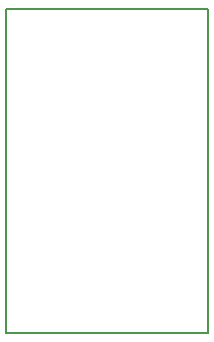
<source format=gbr>
G04 #@! TF.FileFunction,Profile,NP*
%FSLAX46Y46*%
G04 Gerber Fmt 4.6, Leading zero omitted, Abs format (unit mm)*
G04 Created by KiCad (PCBNEW 4.0.4-stable) date 10/18/17 21:30:34*
%MOMM*%
%LPD*%
G01*
G04 APERTURE LIST*
%ADD10C,0.100000*%
%ADD11C,0.150000*%
G04 APERTURE END LIST*
D10*
D11*
X39650000Y-26610000D02*
X56750000Y-26610000D01*
X39650000Y-54060000D02*
X39650000Y-26610000D01*
X56750000Y-54060000D02*
X39650000Y-54060000D01*
X56750000Y-54060000D02*
X56750000Y-26610000D01*
M02*

</source>
